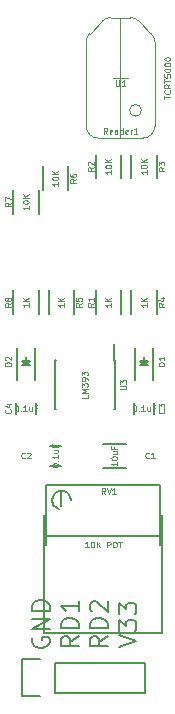
<source format=gto>
G04 #@! TF.FileFunction,Legend,Top*
%FSLAX46Y46*%
G04 Gerber Fmt 4.6, Leading zero omitted, Abs format (unit mm)*
G04 Created by KiCad (PCBNEW 4.0.4-stable) date 03/22/17 00:22:46*
%MOMM*%
%LPD*%
G01*
G04 APERTURE LIST*
%ADD10C,0.100000*%
%ADD11C,0.200000*%
%ADD12C,0.150000*%
G04 APERTURE END LIST*
D10*
X128880953Y-131726190D02*
X128714286Y-131488095D01*
X128595239Y-131726190D02*
X128595239Y-131226190D01*
X128785715Y-131226190D01*
X128833334Y-131250000D01*
X128857143Y-131273810D01*
X128880953Y-131321429D01*
X128880953Y-131392857D01*
X128857143Y-131440476D01*
X128833334Y-131464286D01*
X128785715Y-131488095D01*
X128595239Y-131488095D01*
X129285715Y-131702381D02*
X129238096Y-131726190D01*
X129142858Y-131726190D01*
X129095239Y-131702381D01*
X129071429Y-131654762D01*
X129071429Y-131464286D01*
X129095239Y-131416667D01*
X129142858Y-131392857D01*
X129238096Y-131392857D01*
X129285715Y-131416667D01*
X129309524Y-131464286D01*
X129309524Y-131511905D01*
X129071429Y-131559524D01*
X129738095Y-131726190D02*
X129738095Y-131464286D01*
X129714286Y-131416667D01*
X129666667Y-131392857D01*
X129571429Y-131392857D01*
X129523810Y-131416667D01*
X129738095Y-131702381D02*
X129690476Y-131726190D01*
X129571429Y-131726190D01*
X129523810Y-131702381D01*
X129500000Y-131654762D01*
X129500000Y-131607143D01*
X129523810Y-131559524D01*
X129571429Y-131535714D01*
X129690476Y-131535714D01*
X129738095Y-131511905D01*
X130190476Y-131726190D02*
X130190476Y-131226190D01*
X130190476Y-131702381D02*
X130142857Y-131726190D01*
X130047619Y-131726190D01*
X130000000Y-131702381D01*
X129976191Y-131678571D01*
X129952381Y-131630952D01*
X129952381Y-131488095D01*
X129976191Y-131440476D01*
X130000000Y-131416667D01*
X130047619Y-131392857D01*
X130142857Y-131392857D01*
X130190476Y-131416667D01*
X130619048Y-131702381D02*
X130571429Y-131726190D01*
X130476191Y-131726190D01*
X130428572Y-131702381D01*
X130404762Y-131654762D01*
X130404762Y-131464286D01*
X130428572Y-131416667D01*
X130476191Y-131392857D01*
X130571429Y-131392857D01*
X130619048Y-131416667D01*
X130642857Y-131464286D01*
X130642857Y-131511905D01*
X130404762Y-131559524D01*
X130857143Y-131726190D02*
X130857143Y-131392857D01*
X130857143Y-131488095D02*
X130880952Y-131440476D01*
X130904762Y-131416667D01*
X130952381Y-131392857D01*
X131000000Y-131392857D01*
X131428571Y-131726190D02*
X131142857Y-131726190D01*
X131285714Y-131726190D02*
X131285714Y-131226190D01*
X131238095Y-131297619D01*
X131190476Y-131345238D01*
X131142857Y-131369048D01*
D11*
X122575000Y-174392857D02*
X122503571Y-174535714D01*
X122503571Y-174750000D01*
X122575000Y-174964285D01*
X122717857Y-175107143D01*
X122860714Y-175178571D01*
X123146429Y-175250000D01*
X123360714Y-175250000D01*
X123646429Y-175178571D01*
X123789286Y-175107143D01*
X123932143Y-174964285D01*
X124003571Y-174750000D01*
X124003571Y-174607143D01*
X123932143Y-174392857D01*
X123860714Y-174321428D01*
X123360714Y-174321428D01*
X123360714Y-174607143D01*
X124003571Y-173678571D02*
X122503571Y-173678571D01*
X124003571Y-172821428D01*
X122503571Y-172821428D01*
X124003571Y-172107142D02*
X122503571Y-172107142D01*
X122503571Y-171749999D01*
X122575000Y-171535714D01*
X122717857Y-171392856D01*
X122860714Y-171321428D01*
X123146429Y-171249999D01*
X123360714Y-171249999D01*
X123646429Y-171321428D01*
X123789286Y-171392856D01*
X123932143Y-171535714D01*
X124003571Y-171749999D01*
X124003571Y-172107142D01*
X126453571Y-174249999D02*
X125739286Y-174749999D01*
X126453571Y-175107142D02*
X124953571Y-175107142D01*
X124953571Y-174535714D01*
X125025000Y-174392856D01*
X125096429Y-174321428D01*
X125239286Y-174249999D01*
X125453571Y-174249999D01*
X125596429Y-174321428D01*
X125667857Y-174392856D01*
X125739286Y-174535714D01*
X125739286Y-175107142D01*
X126453571Y-173607142D02*
X124953571Y-173607142D01*
X124953571Y-173249999D01*
X125025000Y-173035714D01*
X125167857Y-172892856D01*
X125310714Y-172821428D01*
X125596429Y-172749999D01*
X125810714Y-172749999D01*
X126096429Y-172821428D01*
X126239286Y-172892856D01*
X126382143Y-173035714D01*
X126453571Y-173249999D01*
X126453571Y-173607142D01*
X126453571Y-171321428D02*
X126453571Y-172178571D01*
X126453571Y-171749999D02*
X124953571Y-171749999D01*
X125167857Y-171892856D01*
X125310714Y-172035714D01*
X125382143Y-172178571D01*
X128903571Y-174249999D02*
X128189286Y-174749999D01*
X128903571Y-175107142D02*
X127403571Y-175107142D01*
X127403571Y-174535714D01*
X127475000Y-174392856D01*
X127546429Y-174321428D01*
X127689286Y-174249999D01*
X127903571Y-174249999D01*
X128046429Y-174321428D01*
X128117857Y-174392856D01*
X128189286Y-174535714D01*
X128189286Y-175107142D01*
X128903571Y-173607142D02*
X127403571Y-173607142D01*
X127403571Y-173249999D01*
X127475000Y-173035714D01*
X127617857Y-172892856D01*
X127760714Y-172821428D01*
X128046429Y-172749999D01*
X128260714Y-172749999D01*
X128546429Y-172821428D01*
X128689286Y-172892856D01*
X128832143Y-173035714D01*
X128903571Y-173249999D01*
X128903571Y-173607142D01*
X127546429Y-172178571D02*
X127475000Y-172107142D01*
X127403571Y-171964285D01*
X127403571Y-171607142D01*
X127475000Y-171464285D01*
X127546429Y-171392856D01*
X127689286Y-171321428D01*
X127832143Y-171321428D01*
X128046429Y-171392856D01*
X128903571Y-172249999D01*
X128903571Y-171321428D01*
X129853571Y-175178571D02*
X131353571Y-174678571D01*
X129853571Y-174178571D01*
X129853571Y-173821428D02*
X129853571Y-172892857D01*
X130425000Y-173392857D01*
X130425000Y-173178571D01*
X130496429Y-173035714D01*
X130567857Y-172964285D01*
X130710714Y-172892857D01*
X131067857Y-172892857D01*
X131210714Y-172964285D01*
X131282143Y-173035714D01*
X131353571Y-173178571D01*
X131353571Y-173607143D01*
X131282143Y-173750000D01*
X131210714Y-173821428D01*
X129853571Y-172392857D02*
X129853571Y-171464286D01*
X130425000Y-171964286D01*
X130425000Y-171750000D01*
X130496429Y-171607143D01*
X130567857Y-171535714D01*
X130710714Y-171464286D01*
X131067857Y-171464286D01*
X131210714Y-171535714D01*
X131282143Y-171607143D01*
X131353571Y-171750000D01*
X131353571Y-172178572D01*
X131282143Y-172321429D01*
X131210714Y-172392857D01*
X123500000Y-174000000D02*
X123500000Y-164000000D01*
X133500000Y-174000000D02*
X123500000Y-174000000D01*
X133500000Y-164000000D02*
X133500000Y-174000000D01*
D12*
X130925000Y-135500000D02*
X130925000Y-133500000D01*
X133075000Y-133500000D02*
X133075000Y-135500000D01*
X130075000Y-133500000D02*
X130075000Y-135500000D01*
X127925000Y-135500000D02*
X127925000Y-133500000D01*
X125575000Y-134500000D02*
X125575000Y-136500000D01*
X123425000Y-136500000D02*
X123425000Y-134500000D01*
X120925000Y-138500000D02*
X120925000Y-136500000D01*
X123075000Y-136500000D02*
X123075000Y-138500000D01*
X124460000Y-179070000D02*
X132080000Y-179070000D01*
X124460000Y-176530000D02*
X132080000Y-176530000D01*
X121640000Y-176250000D02*
X123190000Y-176250000D01*
X132080000Y-179070000D02*
X132080000Y-176530000D01*
X124460000Y-176530000D02*
X124460000Y-179070000D01*
X123190000Y-179350000D02*
X121640000Y-179350000D01*
X121640000Y-179350000D02*
X121640000Y-176250000D01*
X124984000Y-161968000D02*
X124984000Y-163238000D01*
X125771400Y-162717300D02*
X125733300Y-162463300D01*
X125733300Y-162463300D02*
X125555500Y-162183900D01*
X125555500Y-162183900D02*
X125238000Y-161968000D01*
X125238000Y-161968000D02*
X124793500Y-161955300D01*
X124793500Y-161955300D02*
X124437900Y-162158500D01*
X124437900Y-162158500D02*
X124260100Y-162450600D01*
X124260100Y-162450600D02*
X124209300Y-162768100D01*
X124209300Y-162768100D02*
X124310900Y-163174500D01*
X124310900Y-163174500D02*
X124653800Y-163428500D01*
X124653800Y-163428500D02*
X124831600Y-163517400D01*
X133366000Y-165778000D02*
X123714000Y-165778000D01*
X123714000Y-162730000D02*
X123714000Y-161460000D01*
X123714000Y-161460000D02*
X133366000Y-161460000D01*
X133366000Y-161460000D02*
X133366000Y-166540000D01*
X123714000Y-166540000D02*
X123714000Y-164000000D01*
X123714000Y-164000000D02*
X123714000Y-162730000D01*
X130500000Y-157975000D02*
X128500000Y-157975000D01*
X128500000Y-160025000D02*
X130500000Y-160025000D01*
X132850000Y-155500000D02*
X132850000Y-154500000D01*
X131150000Y-154500000D02*
X131150000Y-155500000D01*
X122850000Y-155500000D02*
X122850000Y-154500000D01*
X121150000Y-154500000D02*
X121150000Y-155500000D01*
X122750000Y-152600000D02*
X122750000Y-149900000D01*
X121250000Y-152600000D02*
X121250000Y-149900000D01*
X122150000Y-151100000D02*
X121900000Y-151100000D01*
X121900000Y-151100000D02*
X122050000Y-151250000D01*
X121650000Y-151350000D02*
X122350000Y-151350000D01*
X122000000Y-151000000D02*
X122000000Y-150650000D01*
X122000000Y-151350000D02*
X121650000Y-151000000D01*
X121650000Y-151000000D02*
X122350000Y-151000000D01*
X122350000Y-151000000D02*
X122000000Y-151350000D01*
X123075000Y-145000000D02*
X123075000Y-147000000D01*
X120925000Y-147000000D02*
X120925000Y-145000000D01*
X133075000Y-145000000D02*
X133075000Y-147000000D01*
X130925000Y-147000000D02*
X130925000Y-145000000D01*
X132750000Y-152600000D02*
X132750000Y-149900000D01*
X131250000Y-152600000D02*
X131250000Y-149900000D01*
X132150000Y-151100000D02*
X131900000Y-151100000D01*
X131900000Y-151100000D02*
X132050000Y-151250000D01*
X131650000Y-151350000D02*
X132350000Y-151350000D01*
X132000000Y-151000000D02*
X132000000Y-150650000D01*
X132000000Y-151350000D02*
X131650000Y-151000000D01*
X131650000Y-151000000D02*
X132350000Y-151000000D01*
X132350000Y-151000000D02*
X132000000Y-151350000D01*
X127925000Y-147000000D02*
X127925000Y-145000000D01*
X130075000Y-145000000D02*
X130075000Y-147000000D01*
X123925000Y-147000000D02*
X123925000Y-145000000D01*
X126075000Y-145000000D02*
X126075000Y-147000000D01*
X124000000Y-159850000D02*
X125000000Y-159850000D01*
X125000000Y-158150000D02*
X124000000Y-158150000D01*
D10*
X131770000Y-129750000D02*
G75*
G03X131770000Y-129750000I-500000J0D01*
G01*
X132900000Y-131100000D02*
X132900000Y-123964214D01*
X127100000Y-123964214D02*
X127100000Y-131100000D01*
X128100000Y-132100000D02*
X131900000Y-132100000D01*
X129164214Y-121900000D02*
X130835786Y-121900000D01*
X128457107Y-122192893D02*
X127392893Y-123257107D01*
X132607107Y-123257107D02*
X131542893Y-122192893D01*
X128457107Y-122192893D02*
G75*
G02X129164214Y-121900000I707107J-707107D01*
G01*
X127100000Y-123964214D02*
G75*
G02X127392893Y-123257107I1000000J0D01*
G01*
X128100000Y-132100000D02*
G75*
G02X127100000Y-131100000I0J1000000D01*
G01*
X132900000Y-131100000D02*
G75*
G02X131900000Y-132100000I-1000000J0D01*
G01*
X132607107Y-123257107D02*
G75*
G02X132900000Y-123964214I-707107J-707107D01*
G01*
X130835786Y-121900000D02*
G75*
G02X131542893Y-122192893I0J-1000000D01*
G01*
X129350000Y-127000000D02*
X130650000Y-127000000D01*
X130000000Y-132100000D02*
X130000000Y-121900000D01*
D12*
X129575000Y-150925000D02*
X129430000Y-150925000D01*
X129575000Y-155075000D02*
X129430000Y-155075000D01*
X124425000Y-155075000D02*
X124570000Y-155075000D01*
X124425000Y-150925000D02*
X124570000Y-150925000D01*
X129575000Y-150925000D02*
X129575000Y-155075000D01*
X124425000Y-150925000D02*
X124425000Y-155075000D01*
X129430000Y-150925000D02*
X129430000Y-149525000D01*
D10*
X133726190Y-134583333D02*
X133488095Y-134750000D01*
X133726190Y-134869047D02*
X133226190Y-134869047D01*
X133226190Y-134678571D01*
X133250000Y-134630952D01*
X133273810Y-134607143D01*
X133321429Y-134583333D01*
X133392857Y-134583333D01*
X133440476Y-134607143D01*
X133464286Y-134630952D01*
X133488095Y-134678571D01*
X133488095Y-134869047D01*
X133226190Y-134416666D02*
X133226190Y-134107143D01*
X133416667Y-134273809D01*
X133416667Y-134202381D01*
X133440476Y-134154762D01*
X133464286Y-134130952D01*
X133511905Y-134107143D01*
X133630952Y-134107143D01*
X133678571Y-134130952D01*
X133702381Y-134154762D01*
X133726190Y-134202381D01*
X133726190Y-134345238D01*
X133702381Y-134392857D01*
X133678571Y-134416666D01*
X132226190Y-134845238D02*
X132226190Y-135130952D01*
X132226190Y-134988095D02*
X131726190Y-134988095D01*
X131797619Y-135035714D01*
X131845238Y-135083333D01*
X131869048Y-135130952D01*
X131726190Y-134535714D02*
X131726190Y-134488095D01*
X131750000Y-134440476D01*
X131773810Y-134416667D01*
X131821429Y-134392857D01*
X131916667Y-134369048D01*
X132035714Y-134369048D01*
X132130952Y-134392857D01*
X132178571Y-134416667D01*
X132202381Y-134440476D01*
X132226190Y-134488095D01*
X132226190Y-134535714D01*
X132202381Y-134583333D01*
X132178571Y-134607143D01*
X132130952Y-134630952D01*
X132035714Y-134654762D01*
X131916667Y-134654762D01*
X131821429Y-134630952D01*
X131773810Y-134607143D01*
X131750000Y-134583333D01*
X131726190Y-134535714D01*
X132226190Y-134154762D02*
X131726190Y-134154762D01*
X132226190Y-133869048D02*
X131940476Y-134083334D01*
X131726190Y-133869048D02*
X132011905Y-134154762D01*
X127726190Y-134583333D02*
X127488095Y-134750000D01*
X127726190Y-134869047D02*
X127226190Y-134869047D01*
X127226190Y-134678571D01*
X127250000Y-134630952D01*
X127273810Y-134607143D01*
X127321429Y-134583333D01*
X127392857Y-134583333D01*
X127440476Y-134607143D01*
X127464286Y-134630952D01*
X127488095Y-134678571D01*
X127488095Y-134869047D01*
X127273810Y-134392857D02*
X127250000Y-134369047D01*
X127226190Y-134321428D01*
X127226190Y-134202381D01*
X127250000Y-134154762D01*
X127273810Y-134130952D01*
X127321429Y-134107143D01*
X127369048Y-134107143D01*
X127440476Y-134130952D01*
X127726190Y-134416666D01*
X127726190Y-134107143D01*
X129226190Y-134845238D02*
X129226190Y-135130952D01*
X129226190Y-134988095D02*
X128726190Y-134988095D01*
X128797619Y-135035714D01*
X128845238Y-135083333D01*
X128869048Y-135130952D01*
X128726190Y-134535714D02*
X128726190Y-134488095D01*
X128750000Y-134440476D01*
X128773810Y-134416667D01*
X128821429Y-134392857D01*
X128916667Y-134369048D01*
X129035714Y-134369048D01*
X129130952Y-134392857D01*
X129178571Y-134416667D01*
X129202381Y-134440476D01*
X129226190Y-134488095D01*
X129226190Y-134535714D01*
X129202381Y-134583333D01*
X129178571Y-134607143D01*
X129130952Y-134630952D01*
X129035714Y-134654762D01*
X128916667Y-134654762D01*
X128821429Y-134630952D01*
X128773810Y-134607143D01*
X128750000Y-134583333D01*
X128726190Y-134535714D01*
X129226190Y-134154762D02*
X128726190Y-134154762D01*
X129226190Y-133869048D02*
X128940476Y-134083334D01*
X128726190Y-133869048D02*
X129011905Y-134154762D01*
X126226190Y-135583333D02*
X125988095Y-135750000D01*
X126226190Y-135869047D02*
X125726190Y-135869047D01*
X125726190Y-135678571D01*
X125750000Y-135630952D01*
X125773810Y-135607143D01*
X125821429Y-135583333D01*
X125892857Y-135583333D01*
X125940476Y-135607143D01*
X125964286Y-135630952D01*
X125988095Y-135678571D01*
X125988095Y-135869047D01*
X125726190Y-135154762D02*
X125726190Y-135250000D01*
X125750000Y-135297619D01*
X125773810Y-135321428D01*
X125845238Y-135369047D01*
X125940476Y-135392857D01*
X126130952Y-135392857D01*
X126178571Y-135369047D01*
X126202381Y-135345238D01*
X126226190Y-135297619D01*
X126226190Y-135202381D01*
X126202381Y-135154762D01*
X126178571Y-135130952D01*
X126130952Y-135107143D01*
X126011905Y-135107143D01*
X125964286Y-135130952D01*
X125940476Y-135154762D01*
X125916667Y-135202381D01*
X125916667Y-135297619D01*
X125940476Y-135345238D01*
X125964286Y-135369047D01*
X126011905Y-135392857D01*
X124726190Y-135845238D02*
X124726190Y-136130952D01*
X124726190Y-135988095D02*
X124226190Y-135988095D01*
X124297619Y-136035714D01*
X124345238Y-136083333D01*
X124369048Y-136130952D01*
X124226190Y-135535714D02*
X124226190Y-135488095D01*
X124250000Y-135440476D01*
X124273810Y-135416667D01*
X124321429Y-135392857D01*
X124416667Y-135369048D01*
X124535714Y-135369048D01*
X124630952Y-135392857D01*
X124678571Y-135416667D01*
X124702381Y-135440476D01*
X124726190Y-135488095D01*
X124726190Y-135535714D01*
X124702381Y-135583333D01*
X124678571Y-135607143D01*
X124630952Y-135630952D01*
X124535714Y-135654762D01*
X124416667Y-135654762D01*
X124321429Y-135630952D01*
X124273810Y-135607143D01*
X124250000Y-135583333D01*
X124226190Y-135535714D01*
X124726190Y-135154762D02*
X124226190Y-135154762D01*
X124726190Y-134869048D02*
X124440476Y-135083334D01*
X124226190Y-134869048D02*
X124511905Y-135154762D01*
X120726190Y-137583333D02*
X120488095Y-137750000D01*
X120726190Y-137869047D02*
X120226190Y-137869047D01*
X120226190Y-137678571D01*
X120250000Y-137630952D01*
X120273810Y-137607143D01*
X120321429Y-137583333D01*
X120392857Y-137583333D01*
X120440476Y-137607143D01*
X120464286Y-137630952D01*
X120488095Y-137678571D01*
X120488095Y-137869047D01*
X120226190Y-137416666D02*
X120226190Y-137083333D01*
X120726190Y-137297619D01*
X122226190Y-137845238D02*
X122226190Y-138130952D01*
X122226190Y-137988095D02*
X121726190Y-137988095D01*
X121797619Y-138035714D01*
X121845238Y-138083333D01*
X121869048Y-138130952D01*
X121726190Y-137535714D02*
X121726190Y-137488095D01*
X121750000Y-137440476D01*
X121773810Y-137416667D01*
X121821429Y-137392857D01*
X121916667Y-137369048D01*
X122035714Y-137369048D01*
X122130952Y-137392857D01*
X122178571Y-137416667D01*
X122202381Y-137440476D01*
X122226190Y-137488095D01*
X122226190Y-137535714D01*
X122202381Y-137583333D01*
X122178571Y-137607143D01*
X122130952Y-137630952D01*
X122035714Y-137654762D01*
X121916667Y-137654762D01*
X121821429Y-137630952D01*
X121773810Y-137607143D01*
X121750000Y-137583333D01*
X121726190Y-137535714D01*
X122226190Y-137154762D02*
X121726190Y-137154762D01*
X122226190Y-136869048D02*
X121940476Y-137083334D01*
X121726190Y-136869048D02*
X122011905Y-137154762D01*
X128702382Y-162226190D02*
X128535715Y-161988095D01*
X128416668Y-162226190D02*
X128416668Y-161726190D01*
X128607144Y-161726190D01*
X128654763Y-161750000D01*
X128678572Y-161773810D01*
X128702382Y-161821429D01*
X128702382Y-161892857D01*
X128678572Y-161940476D01*
X128654763Y-161964286D01*
X128607144Y-161988095D01*
X128416668Y-161988095D01*
X128845239Y-161726190D02*
X129011906Y-162226190D01*
X129178572Y-161726190D01*
X129607143Y-162226190D02*
X129321429Y-162226190D01*
X129464286Y-162226190D02*
X129464286Y-161726190D01*
X129416667Y-161797619D01*
X129369048Y-161845238D01*
X129321429Y-161869048D01*
X127301905Y-166766190D02*
X127016191Y-166766190D01*
X127159048Y-166766190D02*
X127159048Y-166266190D01*
X127111429Y-166337619D01*
X127063810Y-166385238D01*
X127016191Y-166409048D01*
X127611429Y-166266190D02*
X127659048Y-166266190D01*
X127706667Y-166290000D01*
X127730476Y-166313810D01*
X127754286Y-166361429D01*
X127778095Y-166456667D01*
X127778095Y-166575714D01*
X127754286Y-166670952D01*
X127730476Y-166718571D01*
X127706667Y-166742381D01*
X127659048Y-166766190D01*
X127611429Y-166766190D01*
X127563810Y-166742381D01*
X127540000Y-166718571D01*
X127516191Y-166670952D01*
X127492381Y-166575714D01*
X127492381Y-166456667D01*
X127516191Y-166361429D01*
X127540000Y-166313810D01*
X127563810Y-166290000D01*
X127611429Y-166266190D01*
X127992381Y-166766190D02*
X127992381Y-166266190D01*
X128278095Y-166766190D02*
X128063809Y-166480476D01*
X128278095Y-166266190D02*
X127992381Y-166551905D01*
X128873333Y-166766190D02*
X128873333Y-166266190D01*
X129063809Y-166266190D01*
X129111428Y-166290000D01*
X129135237Y-166313810D01*
X129159047Y-166361429D01*
X129159047Y-166432857D01*
X129135237Y-166480476D01*
X129111428Y-166504286D01*
X129063809Y-166528095D01*
X128873333Y-166528095D01*
X129468571Y-166266190D02*
X129563809Y-166266190D01*
X129611428Y-166290000D01*
X129659047Y-166337619D01*
X129682856Y-166432857D01*
X129682856Y-166599524D01*
X129659047Y-166694762D01*
X129611428Y-166742381D01*
X129563809Y-166766190D01*
X129468571Y-166766190D01*
X129420952Y-166742381D01*
X129373333Y-166694762D01*
X129349523Y-166599524D01*
X129349523Y-166432857D01*
X129373333Y-166337619D01*
X129420952Y-166290000D01*
X129468571Y-166266190D01*
X129825714Y-166266190D02*
X130111428Y-166266190D01*
X129968571Y-166766190D02*
X129968571Y-166266190D01*
X132416667Y-159178571D02*
X132392857Y-159202381D01*
X132321429Y-159226190D01*
X132273810Y-159226190D01*
X132202381Y-159202381D01*
X132154762Y-159154762D01*
X132130953Y-159107143D01*
X132107143Y-159011905D01*
X132107143Y-158940476D01*
X132130953Y-158845238D01*
X132154762Y-158797619D01*
X132202381Y-158750000D01*
X132273810Y-158726190D01*
X132321429Y-158726190D01*
X132392857Y-158750000D01*
X132416667Y-158773810D01*
X132892857Y-159226190D02*
X132607143Y-159226190D01*
X132750000Y-159226190D02*
X132750000Y-158726190D01*
X132702381Y-158797619D01*
X132654762Y-158845238D01*
X132607143Y-158869048D01*
X129726190Y-159535714D02*
X129726190Y-159821428D01*
X129726190Y-159678571D02*
X129226190Y-159678571D01*
X129297619Y-159726190D01*
X129345238Y-159773809D01*
X129369048Y-159821428D01*
X129226190Y-159226190D02*
X129226190Y-159178571D01*
X129250000Y-159130952D01*
X129273810Y-159107143D01*
X129321429Y-159083333D01*
X129416667Y-159059524D01*
X129535714Y-159059524D01*
X129630952Y-159083333D01*
X129678571Y-159107143D01*
X129702381Y-159130952D01*
X129726190Y-159178571D01*
X129726190Y-159226190D01*
X129702381Y-159273809D01*
X129678571Y-159297619D01*
X129630952Y-159321428D01*
X129535714Y-159345238D01*
X129416667Y-159345238D01*
X129321429Y-159321428D01*
X129273810Y-159297619D01*
X129250000Y-159273809D01*
X129226190Y-159226190D01*
X129392857Y-158630953D02*
X129726190Y-158630953D01*
X129392857Y-158845238D02*
X129654762Y-158845238D01*
X129702381Y-158821429D01*
X129726190Y-158773810D01*
X129726190Y-158702381D01*
X129702381Y-158654762D01*
X129678571Y-158630953D01*
X129464286Y-158226191D02*
X129464286Y-158392857D01*
X129726190Y-158392857D02*
X129226190Y-158392857D01*
X129226190Y-158154762D01*
X133678571Y-155083333D02*
X133702381Y-155107143D01*
X133726190Y-155178571D01*
X133726190Y-155226190D01*
X133702381Y-155297619D01*
X133654762Y-155345238D01*
X133607143Y-155369047D01*
X133511905Y-155392857D01*
X133440476Y-155392857D01*
X133345238Y-155369047D01*
X133297619Y-155345238D01*
X133250000Y-155297619D01*
X133226190Y-155226190D01*
X133226190Y-155178571D01*
X133250000Y-155107143D01*
X133273810Y-155083333D01*
X133226190Y-154916666D02*
X133226190Y-154607143D01*
X133416667Y-154773809D01*
X133416667Y-154702381D01*
X133440476Y-154654762D01*
X133464286Y-154630952D01*
X133511905Y-154607143D01*
X133630952Y-154607143D01*
X133678571Y-154630952D01*
X133702381Y-154654762D01*
X133726190Y-154702381D01*
X133726190Y-154845238D01*
X133702381Y-154892857D01*
X133678571Y-154916666D01*
X131178573Y-154726190D02*
X131226192Y-154726190D01*
X131273811Y-154750000D01*
X131297620Y-154773810D01*
X131321430Y-154821429D01*
X131345239Y-154916667D01*
X131345239Y-155035714D01*
X131321430Y-155130952D01*
X131297620Y-155178571D01*
X131273811Y-155202381D01*
X131226192Y-155226190D01*
X131178573Y-155226190D01*
X131130954Y-155202381D01*
X131107144Y-155178571D01*
X131083335Y-155130952D01*
X131059525Y-155035714D01*
X131059525Y-154916667D01*
X131083335Y-154821429D01*
X131107144Y-154773810D01*
X131130954Y-154750000D01*
X131178573Y-154726190D01*
X131559525Y-155178571D02*
X131583334Y-155202381D01*
X131559525Y-155226190D01*
X131535715Y-155202381D01*
X131559525Y-155178571D01*
X131559525Y-155226190D01*
X132059524Y-155226190D02*
X131773810Y-155226190D01*
X131916667Y-155226190D02*
X131916667Y-154726190D01*
X131869048Y-154797619D01*
X131821429Y-154845238D01*
X131773810Y-154869048D01*
X132488095Y-154892857D02*
X132488095Y-155226190D01*
X132273810Y-154892857D02*
X132273810Y-155154762D01*
X132297619Y-155202381D01*
X132345238Y-155226190D01*
X132416667Y-155226190D01*
X132464286Y-155202381D01*
X132488095Y-155178571D01*
X132892857Y-154964286D02*
X132726191Y-154964286D01*
X132726191Y-155226190D02*
X132726191Y-154726190D01*
X132964286Y-154726190D01*
X120678571Y-155083333D02*
X120702381Y-155107143D01*
X120726190Y-155178571D01*
X120726190Y-155226190D01*
X120702381Y-155297619D01*
X120654762Y-155345238D01*
X120607143Y-155369047D01*
X120511905Y-155392857D01*
X120440476Y-155392857D01*
X120345238Y-155369047D01*
X120297619Y-155345238D01*
X120250000Y-155297619D01*
X120226190Y-155226190D01*
X120226190Y-155178571D01*
X120250000Y-155107143D01*
X120273810Y-155083333D01*
X120392857Y-154654762D02*
X120726190Y-154654762D01*
X120202381Y-154773809D02*
X120559524Y-154892857D01*
X120559524Y-154583333D01*
X121178573Y-154726190D02*
X121226192Y-154726190D01*
X121273811Y-154750000D01*
X121297620Y-154773810D01*
X121321430Y-154821429D01*
X121345239Y-154916667D01*
X121345239Y-155035714D01*
X121321430Y-155130952D01*
X121297620Y-155178571D01*
X121273811Y-155202381D01*
X121226192Y-155226190D01*
X121178573Y-155226190D01*
X121130954Y-155202381D01*
X121107144Y-155178571D01*
X121083335Y-155130952D01*
X121059525Y-155035714D01*
X121059525Y-154916667D01*
X121083335Y-154821429D01*
X121107144Y-154773810D01*
X121130954Y-154750000D01*
X121178573Y-154726190D01*
X121559525Y-155178571D02*
X121583334Y-155202381D01*
X121559525Y-155226190D01*
X121535715Y-155202381D01*
X121559525Y-155178571D01*
X121559525Y-155226190D01*
X122059524Y-155226190D02*
X121773810Y-155226190D01*
X121916667Y-155226190D02*
X121916667Y-154726190D01*
X121869048Y-154797619D01*
X121821429Y-154845238D01*
X121773810Y-154869048D01*
X122488095Y-154892857D02*
X122488095Y-155226190D01*
X122273810Y-154892857D02*
X122273810Y-155154762D01*
X122297619Y-155202381D01*
X122345238Y-155226190D01*
X122416667Y-155226190D01*
X122464286Y-155202381D01*
X122488095Y-155178571D01*
X122892857Y-154964286D02*
X122726191Y-154964286D01*
X122726191Y-155226190D02*
X122726191Y-154726190D01*
X122964286Y-154726190D01*
X120726190Y-151369047D02*
X120226190Y-151369047D01*
X120226190Y-151250000D01*
X120250000Y-151178571D01*
X120297619Y-151130952D01*
X120345238Y-151107143D01*
X120440476Y-151083333D01*
X120511905Y-151083333D01*
X120607143Y-151107143D01*
X120654762Y-151130952D01*
X120702381Y-151178571D01*
X120726190Y-151250000D01*
X120726190Y-151369047D01*
X120273810Y-150892857D02*
X120250000Y-150869047D01*
X120226190Y-150821428D01*
X120226190Y-150702381D01*
X120250000Y-150654762D01*
X120273810Y-150630952D01*
X120321429Y-150607143D01*
X120369048Y-150607143D01*
X120440476Y-150630952D01*
X120726190Y-150916666D01*
X120726190Y-150607143D01*
X120726190Y-146083333D02*
X120488095Y-146250000D01*
X120726190Y-146369047D02*
X120226190Y-146369047D01*
X120226190Y-146178571D01*
X120250000Y-146130952D01*
X120273810Y-146107143D01*
X120321429Y-146083333D01*
X120392857Y-146083333D01*
X120440476Y-146107143D01*
X120464286Y-146130952D01*
X120488095Y-146178571D01*
X120488095Y-146369047D01*
X120440476Y-145797619D02*
X120416667Y-145845238D01*
X120392857Y-145869047D01*
X120345238Y-145892857D01*
X120321429Y-145892857D01*
X120273810Y-145869047D01*
X120250000Y-145845238D01*
X120226190Y-145797619D01*
X120226190Y-145702381D01*
X120250000Y-145654762D01*
X120273810Y-145630952D01*
X120321429Y-145607143D01*
X120345238Y-145607143D01*
X120392857Y-145630952D01*
X120416667Y-145654762D01*
X120440476Y-145702381D01*
X120440476Y-145797619D01*
X120464286Y-145845238D01*
X120488095Y-145869047D01*
X120535714Y-145892857D01*
X120630952Y-145892857D01*
X120678571Y-145869047D01*
X120702381Y-145845238D01*
X120726190Y-145797619D01*
X120726190Y-145702381D01*
X120702381Y-145654762D01*
X120678571Y-145630952D01*
X120630952Y-145607143D01*
X120535714Y-145607143D01*
X120488095Y-145630952D01*
X120464286Y-145654762D01*
X120440476Y-145702381D01*
X122226190Y-146107143D02*
X122226190Y-146392857D01*
X122226190Y-146250000D02*
X121726190Y-146250000D01*
X121797619Y-146297619D01*
X121845238Y-146345238D01*
X121869048Y-146392857D01*
X122226190Y-145892857D02*
X121726190Y-145892857D01*
X122226190Y-145607143D02*
X121940476Y-145821429D01*
X121726190Y-145607143D02*
X122011905Y-145892857D01*
X133726190Y-146083333D02*
X133488095Y-146250000D01*
X133726190Y-146369047D02*
X133226190Y-146369047D01*
X133226190Y-146178571D01*
X133250000Y-146130952D01*
X133273810Y-146107143D01*
X133321429Y-146083333D01*
X133392857Y-146083333D01*
X133440476Y-146107143D01*
X133464286Y-146130952D01*
X133488095Y-146178571D01*
X133488095Y-146369047D01*
X133392857Y-145654762D02*
X133726190Y-145654762D01*
X133202381Y-145773809D02*
X133559524Y-145892857D01*
X133559524Y-145583333D01*
X132226190Y-146107143D02*
X132226190Y-146392857D01*
X132226190Y-146250000D02*
X131726190Y-146250000D01*
X131797619Y-146297619D01*
X131845238Y-146345238D01*
X131869048Y-146392857D01*
X132226190Y-145892857D02*
X131726190Y-145892857D01*
X132226190Y-145607143D02*
X131940476Y-145821429D01*
X131726190Y-145607143D02*
X132011905Y-145892857D01*
X133726190Y-151369047D02*
X133226190Y-151369047D01*
X133226190Y-151250000D01*
X133250000Y-151178571D01*
X133297619Y-151130952D01*
X133345238Y-151107143D01*
X133440476Y-151083333D01*
X133511905Y-151083333D01*
X133607143Y-151107143D01*
X133654762Y-151130952D01*
X133702381Y-151178571D01*
X133726190Y-151250000D01*
X133726190Y-151369047D01*
X133726190Y-150607143D02*
X133726190Y-150892857D01*
X133726190Y-150750000D02*
X133226190Y-150750000D01*
X133297619Y-150797619D01*
X133345238Y-150845238D01*
X133369048Y-150892857D01*
X127726190Y-146083333D02*
X127488095Y-146250000D01*
X127726190Y-146369047D02*
X127226190Y-146369047D01*
X127226190Y-146178571D01*
X127250000Y-146130952D01*
X127273810Y-146107143D01*
X127321429Y-146083333D01*
X127392857Y-146083333D01*
X127440476Y-146107143D01*
X127464286Y-146130952D01*
X127488095Y-146178571D01*
X127488095Y-146369047D01*
X127726190Y-145607143D02*
X127726190Y-145892857D01*
X127726190Y-145750000D02*
X127226190Y-145750000D01*
X127297619Y-145797619D01*
X127345238Y-145845238D01*
X127369048Y-145892857D01*
X129226190Y-146107143D02*
X129226190Y-146392857D01*
X129226190Y-146250000D02*
X128726190Y-146250000D01*
X128797619Y-146297619D01*
X128845238Y-146345238D01*
X128869048Y-146392857D01*
X129226190Y-145892857D02*
X128726190Y-145892857D01*
X129226190Y-145607143D02*
X128940476Y-145821429D01*
X128726190Y-145607143D02*
X129011905Y-145892857D01*
X126726190Y-146083333D02*
X126488095Y-146250000D01*
X126726190Y-146369047D02*
X126226190Y-146369047D01*
X126226190Y-146178571D01*
X126250000Y-146130952D01*
X126273810Y-146107143D01*
X126321429Y-146083333D01*
X126392857Y-146083333D01*
X126440476Y-146107143D01*
X126464286Y-146130952D01*
X126488095Y-146178571D01*
X126488095Y-146369047D01*
X126226190Y-145630952D02*
X126226190Y-145869047D01*
X126464286Y-145892857D01*
X126440476Y-145869047D01*
X126416667Y-145821428D01*
X126416667Y-145702381D01*
X126440476Y-145654762D01*
X126464286Y-145630952D01*
X126511905Y-145607143D01*
X126630952Y-145607143D01*
X126678571Y-145630952D01*
X126702381Y-145654762D01*
X126726190Y-145702381D01*
X126726190Y-145821428D01*
X126702381Y-145869047D01*
X126678571Y-145892857D01*
X125226190Y-146107143D02*
X125226190Y-146392857D01*
X125226190Y-146250000D02*
X124726190Y-146250000D01*
X124797619Y-146297619D01*
X124845238Y-146345238D01*
X124869048Y-146392857D01*
X125226190Y-145892857D02*
X124726190Y-145892857D01*
X125226190Y-145607143D02*
X124940476Y-145821429D01*
X124726190Y-145607143D02*
X125011905Y-145892857D01*
X121916667Y-159178571D02*
X121892857Y-159202381D01*
X121821429Y-159226190D01*
X121773810Y-159226190D01*
X121702381Y-159202381D01*
X121654762Y-159154762D01*
X121630953Y-159107143D01*
X121607143Y-159011905D01*
X121607143Y-158940476D01*
X121630953Y-158845238D01*
X121654762Y-158797619D01*
X121702381Y-158750000D01*
X121773810Y-158726190D01*
X121821429Y-158726190D01*
X121892857Y-158750000D01*
X121916667Y-158773810D01*
X122107143Y-158773810D02*
X122130953Y-158750000D01*
X122178572Y-158726190D01*
X122297619Y-158726190D01*
X122345238Y-158750000D01*
X122369048Y-158773810D01*
X122392857Y-158821429D01*
X122392857Y-158869048D01*
X122369048Y-158940476D01*
X122083334Y-159226190D01*
X122392857Y-159226190D01*
X124226190Y-159821427D02*
X124226190Y-159773808D01*
X124250000Y-159726189D01*
X124273810Y-159702380D01*
X124321429Y-159678570D01*
X124416667Y-159654761D01*
X124535714Y-159654761D01*
X124630952Y-159678570D01*
X124678571Y-159702380D01*
X124702381Y-159726189D01*
X124726190Y-159773808D01*
X124726190Y-159821427D01*
X124702381Y-159869046D01*
X124678571Y-159892856D01*
X124630952Y-159916665D01*
X124535714Y-159940475D01*
X124416667Y-159940475D01*
X124321429Y-159916665D01*
X124273810Y-159892856D01*
X124250000Y-159869046D01*
X124226190Y-159821427D01*
X124678571Y-159440475D02*
X124702381Y-159416666D01*
X124726190Y-159440475D01*
X124702381Y-159464285D01*
X124678571Y-159440475D01*
X124726190Y-159440475D01*
X124726190Y-158940476D02*
X124726190Y-159226190D01*
X124726190Y-159083333D02*
X124226190Y-159083333D01*
X124297619Y-159130952D01*
X124345238Y-159178571D01*
X124369048Y-159226190D01*
X124392857Y-158511905D02*
X124726190Y-158511905D01*
X124392857Y-158726190D02*
X124654762Y-158726190D01*
X124702381Y-158702381D01*
X124726190Y-158654762D01*
X124726190Y-158583333D01*
X124702381Y-158535714D01*
X124678571Y-158511905D01*
X124464286Y-158107143D02*
X124464286Y-158273809D01*
X124726190Y-158273809D02*
X124226190Y-158273809D01*
X124226190Y-158035714D01*
X129619048Y-127226190D02*
X129619048Y-127630952D01*
X129642857Y-127678571D01*
X129666667Y-127702381D01*
X129714286Y-127726190D01*
X129809524Y-127726190D01*
X129857143Y-127702381D01*
X129880952Y-127678571D01*
X129904762Y-127630952D01*
X129904762Y-127226190D01*
X130404762Y-127726190D02*
X130119048Y-127726190D01*
X130261905Y-127726190D02*
X130261905Y-127226190D01*
X130214286Y-127297619D01*
X130166667Y-127345238D01*
X130119048Y-127369048D01*
X133726190Y-128785713D02*
X133726190Y-128499999D01*
X134226190Y-128642856D02*
X133726190Y-128642856D01*
X134178571Y-128047618D02*
X134202381Y-128071428D01*
X134226190Y-128142856D01*
X134226190Y-128190475D01*
X134202381Y-128261904D01*
X134154762Y-128309523D01*
X134107143Y-128333332D01*
X134011905Y-128357142D01*
X133940476Y-128357142D01*
X133845238Y-128333332D01*
X133797619Y-128309523D01*
X133750000Y-128261904D01*
X133726190Y-128190475D01*
X133726190Y-128142856D01*
X133750000Y-128071428D01*
X133773810Y-128047618D01*
X134226190Y-127547618D02*
X133988095Y-127714285D01*
X134226190Y-127833332D02*
X133726190Y-127833332D01*
X133726190Y-127642856D01*
X133750000Y-127595237D01*
X133773810Y-127571428D01*
X133821429Y-127547618D01*
X133892857Y-127547618D01*
X133940476Y-127571428D01*
X133964286Y-127595237D01*
X133988095Y-127642856D01*
X133988095Y-127833332D01*
X133726190Y-127404761D02*
X133726190Y-127119047D01*
X134226190Y-127261904D02*
X133726190Y-127261904D01*
X133726190Y-126714285D02*
X133726190Y-126952380D01*
X133964286Y-126976190D01*
X133940476Y-126952380D01*
X133916667Y-126904761D01*
X133916667Y-126785714D01*
X133940476Y-126738095D01*
X133964286Y-126714285D01*
X134011905Y-126690476D01*
X134130952Y-126690476D01*
X134178571Y-126714285D01*
X134202381Y-126738095D01*
X134226190Y-126785714D01*
X134226190Y-126904761D01*
X134202381Y-126952380D01*
X134178571Y-126976190D01*
X133726190Y-126380952D02*
X133726190Y-126333333D01*
X133750000Y-126285714D01*
X133773810Y-126261905D01*
X133821429Y-126238095D01*
X133916667Y-126214286D01*
X134035714Y-126214286D01*
X134130952Y-126238095D01*
X134178571Y-126261905D01*
X134202381Y-126285714D01*
X134226190Y-126333333D01*
X134226190Y-126380952D01*
X134202381Y-126428571D01*
X134178571Y-126452381D01*
X134130952Y-126476190D01*
X134035714Y-126500000D01*
X133916667Y-126500000D01*
X133821429Y-126476190D01*
X133773810Y-126452381D01*
X133750000Y-126428571D01*
X133726190Y-126380952D01*
X133726190Y-125904762D02*
X133726190Y-125857143D01*
X133750000Y-125809524D01*
X133773810Y-125785715D01*
X133821429Y-125761905D01*
X133916667Y-125738096D01*
X134035714Y-125738096D01*
X134130952Y-125761905D01*
X134178571Y-125785715D01*
X134202381Y-125809524D01*
X134226190Y-125857143D01*
X134226190Y-125904762D01*
X134202381Y-125952381D01*
X134178571Y-125976191D01*
X134130952Y-126000000D01*
X134035714Y-126023810D01*
X133916667Y-126023810D01*
X133821429Y-126000000D01*
X133773810Y-125976191D01*
X133750000Y-125952381D01*
X133726190Y-125904762D01*
X133726190Y-125428572D02*
X133726190Y-125380953D01*
X133750000Y-125333334D01*
X133773810Y-125309525D01*
X133821429Y-125285715D01*
X133916667Y-125261906D01*
X134035714Y-125261906D01*
X134130952Y-125285715D01*
X134178571Y-125309525D01*
X134202381Y-125333334D01*
X134226190Y-125380953D01*
X134226190Y-125428572D01*
X134202381Y-125476191D01*
X134178571Y-125500001D01*
X134130952Y-125523810D01*
X134035714Y-125547620D01*
X133916667Y-125547620D01*
X133821429Y-125523810D01*
X133773810Y-125500001D01*
X133750000Y-125476191D01*
X133726190Y-125428572D01*
X129976190Y-153380952D02*
X130380952Y-153380952D01*
X130428571Y-153357143D01*
X130452381Y-153333333D01*
X130476190Y-153285714D01*
X130476190Y-153190476D01*
X130452381Y-153142857D01*
X130428571Y-153119048D01*
X130380952Y-153095238D01*
X129976190Y-153095238D01*
X129976190Y-152904761D02*
X129976190Y-152595238D01*
X130166667Y-152761904D01*
X130166667Y-152690476D01*
X130190476Y-152642857D01*
X130214286Y-152619047D01*
X130261905Y-152595238D01*
X130380952Y-152595238D01*
X130428571Y-152619047D01*
X130452381Y-152642857D01*
X130476190Y-152690476D01*
X130476190Y-152833333D01*
X130452381Y-152880952D01*
X130428571Y-152904761D01*
X127226190Y-153845237D02*
X127226190Y-154083332D01*
X126726190Y-154083332D01*
X127226190Y-153678570D02*
X126726190Y-153678570D01*
X127083333Y-153511904D01*
X126726190Y-153345237D01*
X127226190Y-153345237D01*
X126726190Y-153154760D02*
X126726190Y-152845237D01*
X126916667Y-153011903D01*
X126916667Y-152940475D01*
X126940476Y-152892856D01*
X126964286Y-152869046D01*
X127011905Y-152845237D01*
X127130952Y-152845237D01*
X127178571Y-152869046D01*
X127202381Y-152892856D01*
X127226190Y-152940475D01*
X127226190Y-153083332D01*
X127202381Y-153130951D01*
X127178571Y-153154760D01*
X127226190Y-152607142D02*
X127226190Y-152511904D01*
X127202381Y-152464285D01*
X127178571Y-152440475D01*
X127107143Y-152392856D01*
X127011905Y-152369047D01*
X126821429Y-152369047D01*
X126773810Y-152392856D01*
X126750000Y-152416666D01*
X126726190Y-152464285D01*
X126726190Y-152559523D01*
X126750000Y-152607142D01*
X126773810Y-152630951D01*
X126821429Y-152654761D01*
X126940476Y-152654761D01*
X126988095Y-152630951D01*
X127011905Y-152607142D01*
X127035714Y-152559523D01*
X127035714Y-152464285D01*
X127011905Y-152416666D01*
X126988095Y-152392856D01*
X126940476Y-152369047D01*
X126726190Y-152202380D02*
X126726190Y-151892857D01*
X126916667Y-152059523D01*
X126916667Y-151988095D01*
X126940476Y-151940476D01*
X126964286Y-151916666D01*
X127011905Y-151892857D01*
X127130952Y-151892857D01*
X127178571Y-151916666D01*
X127202381Y-151940476D01*
X127226190Y-151988095D01*
X127226190Y-152130952D01*
X127202381Y-152178571D01*
X127178571Y-152202380D01*
M02*

</source>
